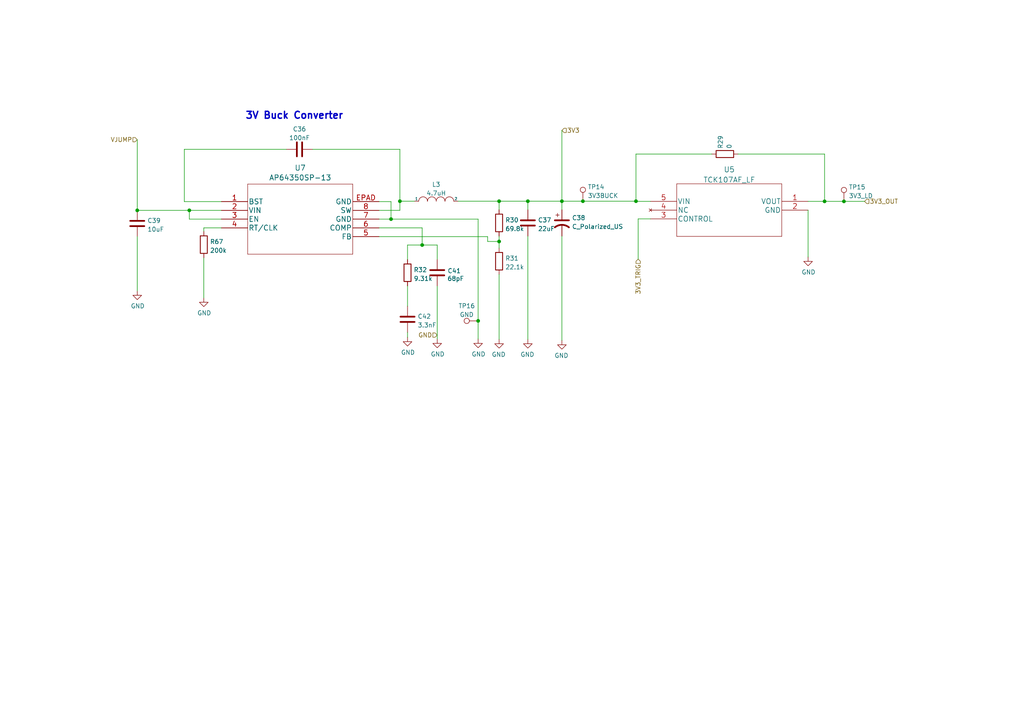
<source format=kicad_sch>
(kicad_sch (version 20230121) (generator eeschema)
  (paper "A4")
  (lib_symbols
    (symbol "017---PacketSWITCH-(Relay)--NewGen-with-Power-Meter-(PZEM-004T)-rev1c-rescue:GND-power" (power) (pin_names (offset 0))
      (property "Value" "GND-power" (at 0 -3.81 0))
      (symbol "GND-power_0_1"
        (polyline (pts (xy 0 0) (xy 0 -1.27) (xy 1.27 -1.27) (xy 0 -2.54) (xy -1.27 -1.27) (xy 0 -1.27)))
      )
      (symbol "GND-power_1_1"
        (pin power_in line (at 0 0 270) (length 0) hide (name "GND") (number "1"))
      )
    )
    (symbol "Connector:TestPoint" (pin_numbers hide) (pin_names (offset 0.762) hide)
      (property "Reference" "TP" (at 0 6.858 0))
      (property "Value" "TestPoint" (at 0 5.08 0))
      (symbol "TestPoint_0_1"
        (circle (center 0 3.302) (radius 0.762))
      )
      (symbol "TestPoint_1_1"
        (pin passive line (at 0 0 90) (length 2.54) (name "1") (number "1"))
      )
    )
    (symbol "Device:C" (pin_numbers hide) (pin_names (offset 0.254))
      (property "Reference" "C" (at 0.635 2.54 0))
      (property "Value" "C" (at 0.635 -2.54 0))
      (symbol "C_0_1"
        (polyline (pts (xy -2.032 -0.762) (xy 2.032 -0.762)) (stroke (width 0.508)))
        (polyline (pts (xy -2.032 0.762) (xy 2.032 0.762)) (stroke (width 0.508)))
      )
      (symbol "C_1_1"
        (pin passive line (at 0 3.81 270) (length 2.794) (name "~") (number "1"))
        (pin passive line (at 0 -3.81 90) (length 2.794) (name "~") (number "2"))
      )
    )
    (symbol "Device:C_Polarized_US" (pin_numbers hide) (pin_names (offset 0.254) hide)
      (property "Reference" "C" (at 0.635 2.54 0))
      (property "Value" "C_Polarized_US" (at 0.635 -2.54 0))
      (symbol "C_Polarized_US_0_1"
        (polyline (pts (xy -2.032 0.762) (xy 2.032 0.762)) (stroke (width 0.508)))
        (polyline (pts (xy -1.778 2.286) (xy -0.762 2.286)))
        (polyline (pts (xy -1.27 1.778) (xy -1.27 2.794)))
        (arc (start 2.032 -1.27) (mid 0 -0.5572) (end -2.032 -1.27) (stroke (width 0.508)))
      )
      (symbol "C_Polarized_US_1_1"
        (pin passive line (at 0 3.81 270) (length 2.794) (name "~") (number "1"))
        (pin passive line (at 0 -3.81 90) (length 3.302) (name "~") (number "2"))
      )
    )
    (symbol "Device:R" (pin_numbers hide) (pin_names (offset 0))
      (property "Reference" "R" (at 2.032 0 90))
      (property "Value" "R" (at 0 0 90))
      (symbol "R_0_1"
        (rectangle (start -1.016 -2.54) (end 1.016 2.54) (stroke (width 0.254)))
      )
      (symbol "R_1_1"
        (pin passive line (at 0 3.81 270) (length 1.27) (name "~") (number "1"))
        (pin passive line (at 0 -3.81 90) (length 1.27) (name "~") (number "2"))
      )
    )
    (symbol "adp650:AP64350SP-13" (pin_names (offset 0.254))
      (property "Reference" "U" (at 22.86 10.16 0))
      (property "Value" "AP64350SP-13" (at 22.86 7.62 0))
      (symbol "AP64350SP-13_1_1"
        (polyline (pts (xy 7.62 -15.24) (xy 38.1 -15.24)) (stroke (width 0.127)))
        (polyline (pts (xy 7.62 5.08) (xy 7.62 -15.24)) (stroke (width 0.127)))
        (polyline (pts (xy 38.1 -15.24) (xy 38.1 5.08)) (stroke (width 0.127)))
        (polyline (pts (xy 38.1 5.08) (xy 7.62 5.08)) (stroke (width 0.127)))
        (pin power_in line (at 0 0 0) (length 7.62) (name "BST") (number "1"))
        (pin power_in line (at 0 -2.54 0) (length 7.62) (name "VIN") (number "2"))
        (pin input line (at 0 -5.08 0) (length 7.62) (name "EN") (number "3"))
        (pin unspecified line (at 0 -7.62 0) (length 7.62) (name "RT/CLK") (number "4"))
        (pin input line (at 45.72 -10.16 180) (length 7.62) (name "FB") (number "5"))
        (pin unspecified line (at 45.72 -7.62 180) (length 7.62) (name "COMP") (number "6"))
        (pin power_in line (at 45.72 -5.08 180) (length 7.62) (name "GND") (number "7"))
        (pin output line (at 45.72 -2.54 180) (length 7.62) (name "SW") (number "8"))
        (pin power_in line (at 45.72 0 180) (length 7.62) (name "GND") (number "EPAD"))
      )
    )
    (symbol "power:GND" (power) (pin_names (offset 0))
      (property "Value" "GND" (at 0 -3.81 0))
      (symbol "GND_0_1"
        (polyline (pts (xy 0 0) (xy 0 -1.27) (xy 1.27 -1.27) (xy 0 -2.54) (xy -1.27 -1.27) (xy 0 -1.27)))
      )
      (symbol "GND_1_1"
        (pin power_in line (at 0 0 270) (length 0) hide (name "GND") (number "1"))
      )
    )
    (symbol "pspice:INDUCTOR" (pin_numbers hide) (pin_names (offset 0))
      (property "Reference" "L" (at 0 2.54 0))
      (property "Value" "INDUCTOR" (at 0 -1.27 0))
      (symbol "INDUCTOR_0_1"
        (arc (start -2.54 0) (mid -3.81 1.2645) (end -5.08 0))
        (arc (start 0 0) (mid -1.27 1.2645) (end -2.54 0))
        (arc (start 2.54 0) (mid 1.27 1.2645) (end 0 0))
        (arc (start 5.08 0) (mid 3.81 1.2645) (end 2.54 0))
      )
      (symbol "INDUCTOR_1_1"
        (pin input line (at -6.35 0 0) (length 1.27) (name "1") (number "1"))
        (pin input line (at 6.35 0 180) (length 1.27) (name "2") (number "2"))
      )
    )
    (symbol "ul_TCK107:TCK108AF_LF" (pin_names (offset 0.254))
      (property "Reference" "U" (at 22.86 10.16 0))
      (property "Value" "TCK108AF_LF" (at 22.86 7.62 0))
      (symbol "TCK108AF_LF_1_1"
        (polyline (pts (xy 7.62 -10.16) (xy 38.1 -10.16)) (stroke (width 0.127)))
        (polyline (pts (xy 7.62 5.08) (xy 7.62 -10.16)) (stroke (width 0.127)))
        (polyline (pts (xy 38.1 -10.16) (xy 38.1 5.08)) (stroke (width 0.127)))
        (polyline (pts (xy 38.1 5.08) (xy 7.62 5.08)) (stroke (width 0.127)))
        (pin power_in line (at 0 0 0) (length 7.62) (name "VOUT") (number "1"))
        (pin power_in line (at 0 -2.54 0) (length 7.62) (name "GND") (number "2"))
        (pin unspecified line (at 45.72 -5.08 180) (length 7.62) (name "CONTROL") (number "3"))
        (pin no_connect line (at 45.72 -2.54 180) (length 7.62) (name "NC") (number "4"))
        (pin power_in line (at 45.72 0 180) (length 7.62) (name "VIN") (number "5"))
      )
    )
  )
  (junction (at 169.0641 58.3561))
  (junction (at 138.6725 93.0703))
  (junction (at 144.7609 58.3561))
  (junction (at 113.4117 63.5523))
  (junction (at 54.9147 61.0123))
  (junction (at 115.9852 58.3561))
  (junction (at 144.7609 70.0381))
  (junction (at 162.9722 58.3561))
  (junction (at 184.4568 58.3561))
  (junction (at 239.1586 58.4058))
  (junction (at 244.7751 58.4058))
  (junction (at 122.4424 71.0683))
  (junction (at 39.81 61.0123))
  (junction (at 153.0966 58.3561))
  (wire (pts (xy 141.4311 70.0381) (xy 144.7609 70.0381)))
  (wire (pts (xy 39.81 68.6323) (xy 39.81 84.3675)))
  (wire (pts (xy 184.4568 58.3561) (xy 184.4568 58.4058)))
  (wire (pts (xy 162.9722 68.4706) (xy 162.9722 98.7323)))
  (wire (pts (xy 126.8118 75.2916) (xy 126.8118 71.0683)))
  (wire (pts (xy 109.9319 63.5523) (xy 113.4117 63.5523)))
  (wire (pts (xy 59.1053 86.3935) (xy 59.1053 74.7541)))
  (wire (pts (xy 188.6558 63.4858) (xy 185.0928 63.4858)))
  (wire (pts (xy 64.2119 66.0923) (xy 59.1137 66.0923)))
  (wire (pts (xy 109.9319 68.6323) (xy 141.4311 68.6323)))
  (wire (pts (xy 153.0966 58.3561) (xy 144.7609 58.3561)))
  (wire (pts (xy 113.4117 58.4723) (xy 113.4117 63.5523)))
  (wire (pts (xy 169.0641 58.3561) (xy 184.4568 58.3561)))
  (wire (pts (xy 153.0966 68.4706) (xy 153.0966 98.4258)))
  (wire (pts (xy 162.9722 58.3561) (xy 169.0641 58.3561)))
  (wire (pts (xy 244.7751 58.4058) (xy 250.7574 58.4058)))
  (wire (pts (xy 109.9319 58.4723) (xy 113.4117 58.4723)))
  (wire (pts (xy 59.1137 66.0923) (xy 59.1137 67.1341)))
  (wire (pts (xy 83.0554 43.3111) (xy 53.4627 43.3111)))
  (wire (pts (xy 113.4117 63.5523) (xy 138.6725 63.5523)))
  (wire (pts (xy 90.6754 43.3111) (xy 115.9852 43.3111)))
  (wire (pts (xy 126.8118 82.9116) (xy 126.8118 98.327)))
  (wire (pts (xy 115.9852 43.3111) (xy 115.9852 58.3561)))
  (wire (pts (xy 239.1586 44.6845) (xy 239.1586 58.4058)))
  (wire (pts (xy 39.81 40.5103) (xy 39.81 61.0123)))
  (wire (pts (xy 144.7609 58.3561) (xy 144.7609 60.8506)))
  (wire (pts (xy 118.1987 75.2916) (xy 118.1987 71.0683)))
  (wire (pts (xy 239.1586 58.4058) (xy 234.3758 58.4058)))
  (wire (pts (xy 118.1987 96.4207) (xy 118.1987 97.8263)))
  (wire (pts (xy 115.9852 58.3561) (xy 120.1757 58.3561)))
  (wire (pts (xy 144.7609 68.4706) (xy 144.7609 70.0381)))
  (wire (pts (xy 59.1053 74.7541) (xy 59.1137 74.7541)))
  (wire (pts (xy 64.2119 63.5523) (xy 54.9147 63.5523)))
  (wire (pts (xy 234.3758 60.9458) (xy 234.3758 74.5435)))
  (wire (pts (xy 162.9722 58.3561) (xy 153.0966 58.3561)))
  (wire (pts (xy 39.81 61.0123) (xy 54.9147 61.0123)))
  (wire (pts (xy 109.9319 61.0123) (xy 115.9852 61.0123)))
  (wire (pts (xy 109.9319 66.0923) (xy 122.4424 66.0923)))
  (wire (pts (xy 144.7609 79.573) (xy 144.7609 98.4258)))
  (wire (pts (xy 115.9852 61.0123) (xy 115.9852 58.3561)))
  (wire (pts (xy 118.1987 82.9116) (xy 118.1987 88.8007)))
  (wire (pts (xy 54.9147 63.5523) (xy 54.9147 61.0123)))
  (wire (pts (xy 184.4568 44.6845) (xy 184.4568 58.3561)))
  (wire (pts (xy 138.6725 93.0703) (xy 138.6725 98.3264)))
  (wire (pts (xy 141.4311 68.6323) (xy 141.4311 70.0381)))
  (wire (pts (xy 214.0574 44.6845) (xy 239.1586 44.6845)))
  (wire (pts (xy 118.1987 71.0683) (xy 122.4424 71.0683)))
  (wire (pts (xy 122.4424 66.0923) (xy 122.4424 71.0683)))
  (wire (pts (xy 54.9147 61.0123) (xy 64.2119 61.0123)))
  (wire (pts (xy 53.4627 58.4723) (xy 64.2119 58.4723)))
  (wire (pts (xy 162.9722 37.8263) (xy 162.9722 58.3561)))
  (wire (pts (xy 153.0966 60.8506) (xy 153.0966 58.3561)))
  (wire (pts (xy 138.6725 63.5523) (xy 138.6725 93.0703)))
  (wire (pts (xy 132.8757 58.3561) (xy 144.7609 58.3561)))
  (wire (pts (xy 184.4568 58.4058) (xy 188.6558 58.4058)))
  (wire (pts (xy 122.4424 71.0683) (xy 126.8118 71.0683)))
  (wire (pts (xy 144.7609 70.0381) (xy 144.7609 71.953)))
  (wire (pts (xy 239.1586 58.4058) (xy 244.7751 58.4058)))
  (wire (pts (xy 53.4627 43.3111) (xy 53.4627 58.4723)))
  (wire (pts (xy 185.0928 63.4858) (xy 185.0928 75.1504)))
  (wire (pts (xy 206.4374 44.6845) (xy 184.4568 44.6845)))
  (wire (pts (xy 162.9722 60.8506) (xy 162.9722 58.3561)))
  (text "3V Buck Converter\n" (at 71.0727 34.8064 0) (effects (font (size 2.0066 2.0066) (thickness 0.4013) bold) (justify left bottom)))
  (hierarchical_label "3V3" (shape input) (at 162.9722 37.8263 0))
  (hierarchical_label "3V3_OUT" (shape input) (at 250.7574 58.4058 0))
  (hierarchical_label "GND" (shape input) (at 126.8118 97.1859 180))
  (hierarchical_label "3V3_TRIG" (shape input) (at 185.0928 75.1504 270))
  (hierarchical_label "VJUMP" (shape input) (at 39.81 40.5103 180))
  (symbol (lib_id "Connector:TestPoint") (at 138.6725 93.0703 90) (unit 1)
    (property "Reference" "TP16" (at 135.3705 88.7355 90))
    (property "Value" "GND" (at 135.3705 91.2724 90))
    (property "Footprint" "TestPoint:TestPoint_Pad_D1.0mm" (effects hide))
  )
  (symbol (lib_id "Device:C_Polarized_US") (at 162.9722 64.6606 0) (unit 1)
    (property "Reference" "C38" (at 165.8932 63.1909 0) (effects (justify left)))
    (property "Value" "C_Polarized_US" (at 165.8932 65.7278 0) (effects (justify left)))
    (property "Footprint" "ul_RSCSK2043R3D01004T:CONN1x2_RSCSK2043R3D01004T_ELN" (effects hide))
  )
  (symbol (lib_id "power:GND") (at 39.81 84.3675 0) (unit 1)
    (property "Reference" "#PWR022" (effects hide))
    (property "Value" "~" (at 39.937 88.7617 0))
  )
  (symbol (lib_id "ul_TCK107:TCK108AF_LF") (at 234.3758 58.4058 0) (mirror y) (unit 1)
    (property "Reference" "U5" (at 211.5158 49.1782 0) (effects (font (size 1.524 1.524))))
    (property "Value" "TCK107AF_LF" (at 211.5158 52.1716 0) (effects (font (size 1.524 1.524))))
    (property "Footprint" "Packetworx Footprints:TCK108AF_LF" (effects hide))
  )
  (symbol (lib_id "Connector:TestPoint") (at 244.7751 58.4058 0) (unit 1)
    (property "Reference" "TP15" (at 246.1721 54.2691 0) (effects (justify left)))
    (property "Value" "3V3_LD" (at 246.1721 56.806 0) (effects (justify left)))
    (property "Footprint" "TestPoint:TestPoint_Pad_D1.0mm" (effects hide))
  )
  (symbol (lib_id "power:GND") (at 138.6725 98.3264 0) (unit 1)
    (property "Reference" "#PWR025" (effects hide))
    (property "Value" "~" (at 138.7995 102.7206 0))
  )
  (symbol (lib_id "Device:R") (at 144.7609 64.6606 0) (unit 1)
    (property "Reference" "R30" (at 146.5389 63.8259 0) (effects (justify left)))
    (property "Value" "69.8k" (at 146.5389 66.3628 0) (effects (justify left)))
    (property "Footprint" "Packetworx Footprints:10K(0603)" (effects hide))
  )
  (symbol (lib_id "Device:C") (at 153.0966 64.6606 0) (unit 1)
    (property "Reference" "C37" (at 156.0176 63.8259 0) (effects (justify left)))
    (property "Value" "22uF" (at 156.0176 66.3628 0) (effects (justify left)))
    (property "Footprint" "Packetworx Footprints:100nF_0603" (effects hide))
    (property "Datasheet" "https://www.yageo.com/upload/website/yageo_High%20Capacitance%20MLCCs_2016_19050911_141.pdf" (effects hide))
    (property "Manufacturer_Name" "YAGEO" (effects hide))
    (property "Manufacturer_Part_Number" "CC0603MRX5R6BB226" (effects hide))
    (property "Price" "37.11000" (effects hide))
    (property "Purchase-URL" "https://www.digikey.ph/en/products/detail/yageo/CC0603MRX5R6BB226/5195226" (effects hide))
  )
  (symbol (lib_id "Device:C") (at 86.8654 43.3111 90) (unit 1)
    (property "Reference" "C36" (at 86.8654 37.4523 90))
    (property "Value" "100nF" (at 86.8654 39.9892 90))
    (property "Footprint" "Packetworx Footprints:100nF_0603" (effects hide))
    (property "Datasheet" "https://connect.kemet.com:7667/gateway/IntelliData-ComponentDocumentation/1.0/download/datasheet/C0603C104J4RACTU" (effects hide))
    (property "Manufacturer_Name" "KEMET" (effects hide))
    (property "Manufacturer_Part_Number" "C0603C104J4RAC7867" (effects hide))
    (property "Price" "6.55000" (effects hide))
    (property "Purchase-URL" "https://www.digikey.ph/en/products/detail/kemet/C0603C104J4RAC7867/411096" (effects hide))
  )
  (symbol (lib_id "Device:C") (at 118.1987 92.6107 0) (unit 1)
    (property "Reference" "C42" (at 121.1197 91.776 0) (effects (justify left)))
    (property "Value" "3.3nF" (at 121.1197 94.3129 0) (effects (justify left)))
    (property "Footprint" "Packetworx Footprints:100nF_0603" (effects hide))
    (property "Datasheet" "http://www.passivecomponent.com/wp-content/uploads/datasheet/WTC_MLCC_General_Purpose.pdf" (effects hide))
    (property "Manufacturer_Name" "Walsin Technology Corporation" (effects hide))
    (property "Manufacturer_Part_Number" "0603B332K250CT" (effects hide))
    (property "Price" "5.46000" (effects hide))
    (property "Purchase-URL" "https://www.digikey.ph/en/products/detail/walsin-technology-corporation/0603B332K250CT/9354925" (effects hide))
  )
  (symbol (lib_id "power:GND") (at 144.7609 98.4258 0) (mirror y) (unit 1)
    (property "Reference" "#PWR027" (effects hide))
    (property "Value" "~" (at 144.6339 102.82 0))
  )
  (symbol (lib_id "power:GND") (at 126.8118 98.327 0) (unit 1)
    (property "Reference" "#PWR026" (effects hide))
    (property "Value" "~" (at 126.9388 102.7212 0))
  )
  (symbol (lib_id "Device:C") (at 126.8118 79.1016 0) (unit 1)
    (property "Reference" "C41" (at 129.7943 78.5617 0) (effects (justify left)))
    (property "Value" "68pF" (at 129.7328 80.8038 0) (effects (justify left)))
    (property "Footprint" "Packetworx Footprints:100nF_0603" (effects hide))
    (property "Datasheet" "https://www.yageo.com/upload/media/product/productsearch/datasheet/mlcc/UPY-GP_NP0_16V-to-50V_18.pdf" (effects hide))
    (property "Manufacturer_Name" "YAGEO" (effects hide))
    (property "Manufacturer_Part_Number" "CC0603JRNPO9BN680" (effects hide))
    (property "Price" "5.46000" (effects hide))
    (property "Purchase-URL" "https://www.digikey.ph/en/products/detail/yageo/CC0603JRNPO9BN680/302801" (effects hide))
  )
  (symbol (lib_id "power:GND") (at 153.0966 98.4258 0) (mirror y) (unit 1)
    (property "Reference" "#PWR028" (effects hide))
    (property "Value" "~" (at 152.9696 102.82 0))
  )
  (symbol (lib_id "power:GND") (at 162.9722 98.7323 0) (mirror y) (unit 1)
    (property "Reference" "#PWR029" (effects hide))
    (property "Value" "~" (at 162.8452 103.1265 0))
  )
  (symbol (lib_id "Device:C") (at 39.81 64.8223 0) (unit 1)
    (property "Reference" "C39" (at 42.731 63.9876 0) (effects (justify left)))
    (property "Value" "10uF" (at 42.731 66.5245 0) (effects (justify left)))
    (property "Footprint" "Packetworx Footprints:100nF_0603" (effects hide))
    (property "Datasheet" "https://www.yageo.com/upload/website/yageo_High%20Capacitance%20MLCCs_2016_19050911_141.pdf" (effects hide))
    (property "Manufacturer_Name" "YAGEO" (effects hide))
    (property "Manufacturer_Part_Number" "CC0603MRX5R7BB106" (effects hide))
    (property "Price" "22.92000" (effects hide))
    (property "Purchase-URL" "https://www.digikey.ph/en/products/detail/yageo/CC0603MRX5R7BB106/5195229" (effects hide))
  )
  (symbol (lib_id "017---PacketSWITCH-(Relay)--NewGen-with-Power-Meter-(PZEM-004T)-rev1c-rescue:GND-power") (at 234.3758 74.5435 0) (unit 1)
    (property "Reference" "#PWR021" (effects hide))
    (property "Value" "GND" (at 234.5028 78.9377 0))
  )
  (symbol (lib_id "Device:R") (at 144.7609 75.763 0) (unit 1)
    (property "Reference" "R31" (at 146.5389 74.9283 0) (effects (justify left)))
    (property "Value" "22.1k" (at 146.5389 77.4652 0) (effects (justify left)))
    (property "Footprint" "Packetworx Footprints:10K(0603)" (effects hide))
  )
  (symbol (lib_id "pspice:INDUCTOR") (at 126.5257 58.3561 0) (unit 1)
    (property "Reference" "L3" (at 126.5257 53.5133 0))
    (property "Value" "4.7uH" (at 126.5257 56.0502 0))
    (property "Footprint" "Packetworx Footprints:100nF_0603" (effects hide))
    (property "Datasheet" "744325550" (effects hide))
  )
  (symbol (lib_id "power:GND") (at 59.1053 86.3935 0) (unit 1)
    (property "Reference" "#PWR023" (effects hide))
    (property "Value" "~" (at 59.2323 90.7877 0))
  )
  (symbol (lib_id "Device:R") (at 59.1137 70.9441 0) (unit 1)
    (property "Reference" "R67" (at 60.8917 70.1094 0) (effects (justify left)))
    (property "Value" "200k" (at 60.8917 72.6463 0) (effects (justify left)))
    (property "Footprint" "Packetworx Footprints:10K(0603)" (effects hide))
  )
  (symbol (lib_id "power:GND") (at 118.1987 97.8263 0) (unit 1)
    (property "Reference" "#PWR024" (effects hide))
    (property "Value" "~" (at 118.3257 102.2205 0))
  )
  (symbol (lib_id "Device:R") (at 210.2474 44.6845 90) (unit 1)
    (property "Reference" "R29" (at 208.9774 43.1605 0) (effects (justify left)))
    (property "Value" "0" (at 211.5174 43.1605 0) (effects (justify left)))
    (property "Footprint" "Packetworx Footprints:10K(0603)" (effects hide))
  )
  (symbol (lib_id "Connector:TestPoint") (at 169.0641 58.3561 0) (unit 1)
    (property "Reference" "TP14" (at 170.4611 54.2194 0) (effects (justify left)))
    (property "Value" "3V3BUCK" (at 170.4611 56.7563 0) (effects (justify left)))
    (property "Footprint" "TestPoint:TestPoint_Pad_D1.0mm" (effects hide))
  )
  (symbol (lib_id "adp650:AP64350SP-13") (at 64.2119 58.4723 0) (unit 1)
    (property "Reference" "U7" (at 87.0719 48.6986 0) (effects (font (size 1.524 1.524))))
    (property "Value" "AP64350SP-13" (at 87.0719 51.5314 0) (effects (font (size 1.524 1.524))))
    (property "Footprint" "ul_AP64350SP-13:SO-8EP_DIO" (effects hide))
  )
  (symbol (lib_id "Device:R") (at 118.1987 79.1016 0) (unit 1)
    (property "Reference" "R32" (at 119.9767 78.2669 0) (effects (justify left)))
    (property "Value" "9.31k" (at 119.9767 80.8038 0) (effects (justify left)))
    (property "Footprint" "Packetworx Footprints:10K(0603)" (effects hide))
  )
)
</source>
